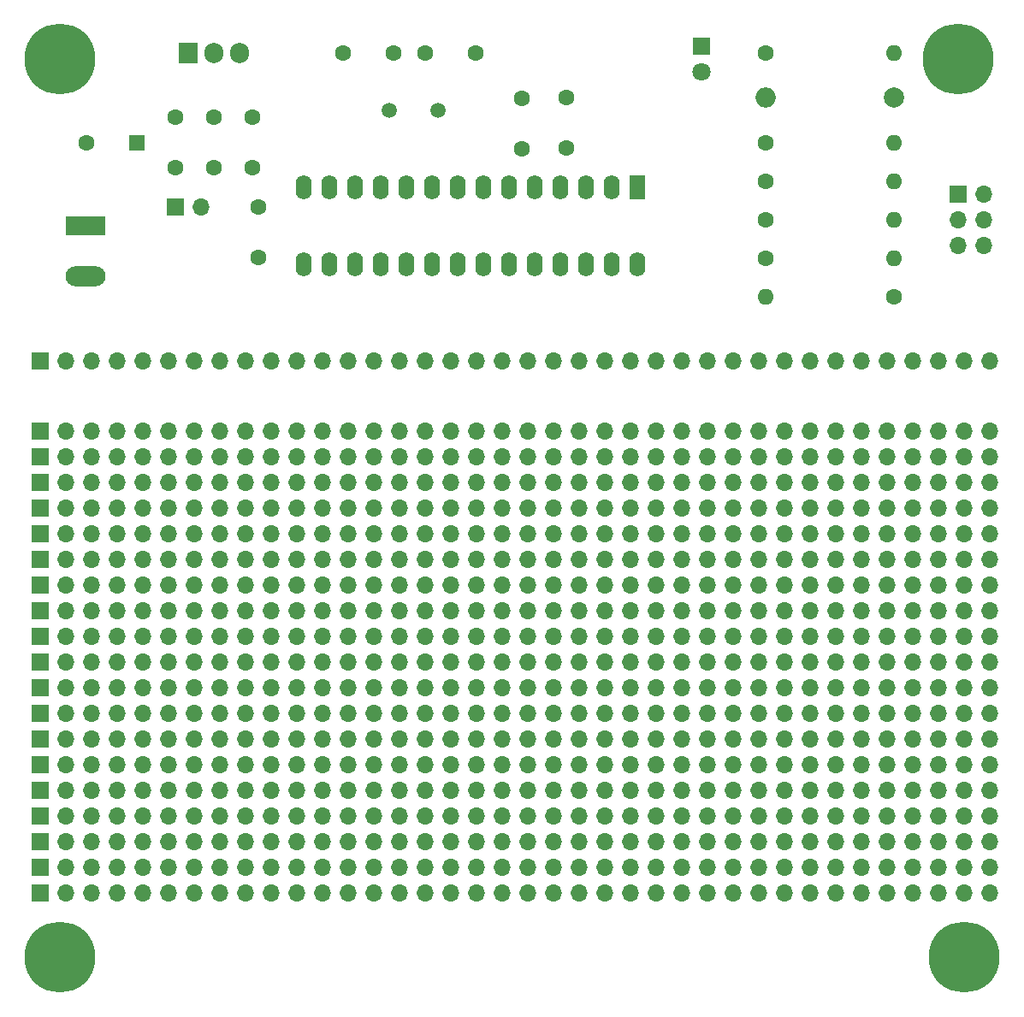
<source format=gts>
G04 #@! TF.GenerationSoftware,KiCad,Pcbnew,5.1.9+dfsg1-1*
G04 #@! TF.CreationDate,2022-07-21T18:14:53-05:00*
G04 #@! TF.ProjectId,aarghweeno_88,61617267-6877-4656-956e-6f5f38382e6b,rev?*
G04 #@! TF.SameCoordinates,Original*
G04 #@! TF.FileFunction,Soldermask,Top*
G04 #@! TF.FilePolarity,Negative*
%FSLAX46Y46*%
G04 Gerber Fmt 4.6, Leading zero omitted, Abs format (unit mm)*
G04 Created by KiCad (PCBNEW 5.1.9+dfsg1-1) date 2022-07-21 18:14:53*
%MOMM*%
%LPD*%
G01*
G04 APERTURE LIST*
%ADD10O,1.700000X1.700000*%
%ADD11R,1.700000X1.700000*%
%ADD12C,7.000000*%
%ADD13O,1.600000X2.400000*%
%ADD14R,1.600000X2.400000*%
%ADD15C,1.500000*%
%ADD16O,1.905000X2.000000*%
%ADD17R,1.905000X2.000000*%
%ADD18O,1.600000X1.600000*%
%ADD19C,1.600000*%
%ADD20O,2.000000X2.000000*%
%ADD21C,2.000000*%
%ADD22O,3.960000X1.980000*%
%ADD23R,3.960000X1.980000*%
%ADD24C,1.800000*%
%ADD25R,1.800000X1.800000*%
%ADD26R,1.600000X1.600000*%
G04 APERTURE END LIST*
D10*
X106680000Y-66040000D03*
D11*
X104140000Y-66040000D03*
D12*
X182245000Y-140335000D03*
X181610000Y-51435000D03*
X92710000Y-140335000D03*
X92710000Y-51435000D03*
D11*
X90805000Y-133985000D03*
D10*
X93345000Y-133985000D03*
X95885000Y-133985000D03*
X98425000Y-133985000D03*
X100965000Y-133985000D03*
X103505000Y-133985000D03*
X106045000Y-133985000D03*
X108585000Y-133985000D03*
X111125000Y-133985000D03*
X113665000Y-133985000D03*
X116205000Y-133985000D03*
X118745000Y-133985000D03*
X121285000Y-133985000D03*
X123825000Y-133985000D03*
X126365000Y-133985000D03*
X128905000Y-133985000D03*
X131445000Y-133985000D03*
X133985000Y-133985000D03*
X136525000Y-133985000D03*
X139065000Y-133985000D03*
X141605000Y-133985000D03*
X144145000Y-133985000D03*
X146685000Y-133985000D03*
X149225000Y-133985000D03*
X151765000Y-133985000D03*
X154305000Y-133985000D03*
X156845000Y-133985000D03*
X159385000Y-133985000D03*
X161925000Y-133985000D03*
X164465000Y-133985000D03*
X167005000Y-133985000D03*
X169545000Y-133985000D03*
X172085000Y-133985000D03*
X174625000Y-133985000D03*
X177165000Y-133985000D03*
X179705000Y-133985000D03*
X182245000Y-133985000D03*
X184785000Y-133985000D03*
D11*
X90805000Y-131445000D03*
D10*
X93345000Y-131445000D03*
X95885000Y-131445000D03*
X98425000Y-131445000D03*
X100965000Y-131445000D03*
X103505000Y-131445000D03*
X106045000Y-131445000D03*
X108585000Y-131445000D03*
X111125000Y-131445000D03*
X113665000Y-131445000D03*
X116205000Y-131445000D03*
X118745000Y-131445000D03*
X121285000Y-131445000D03*
X123825000Y-131445000D03*
X126365000Y-131445000D03*
X128905000Y-131445000D03*
X131445000Y-131445000D03*
X133985000Y-131445000D03*
X136525000Y-131445000D03*
X139065000Y-131445000D03*
X141605000Y-131445000D03*
X144145000Y-131445000D03*
X146685000Y-131445000D03*
X149225000Y-131445000D03*
X151765000Y-131445000D03*
X154305000Y-131445000D03*
X156845000Y-131445000D03*
X159385000Y-131445000D03*
X161925000Y-131445000D03*
X164465000Y-131445000D03*
X167005000Y-131445000D03*
X169545000Y-131445000D03*
X172085000Y-131445000D03*
X174625000Y-131445000D03*
X177165000Y-131445000D03*
X179705000Y-131445000D03*
X182245000Y-131445000D03*
X184785000Y-131445000D03*
D11*
X90805000Y-128905000D03*
D10*
X93345000Y-128905000D03*
X95885000Y-128905000D03*
X98425000Y-128905000D03*
X100965000Y-128905000D03*
X103505000Y-128905000D03*
X106045000Y-128905000D03*
X108585000Y-128905000D03*
X111125000Y-128905000D03*
X113665000Y-128905000D03*
X116205000Y-128905000D03*
X118745000Y-128905000D03*
X121285000Y-128905000D03*
X123825000Y-128905000D03*
X126365000Y-128905000D03*
X128905000Y-128905000D03*
X131445000Y-128905000D03*
X133985000Y-128905000D03*
X136525000Y-128905000D03*
X139065000Y-128905000D03*
X141605000Y-128905000D03*
X144145000Y-128905000D03*
X146685000Y-128905000D03*
X149225000Y-128905000D03*
X151765000Y-128905000D03*
X154305000Y-128905000D03*
X156845000Y-128905000D03*
X159385000Y-128905000D03*
X161925000Y-128905000D03*
X164465000Y-128905000D03*
X167005000Y-128905000D03*
X169545000Y-128905000D03*
X172085000Y-128905000D03*
X174625000Y-128905000D03*
X177165000Y-128905000D03*
X179705000Y-128905000D03*
X182245000Y-128905000D03*
X184785000Y-128905000D03*
D11*
X90815000Y-126365000D03*
D10*
X93355000Y-126365000D03*
X95895000Y-126365000D03*
X98435000Y-126365000D03*
X100975000Y-126365000D03*
X103515000Y-126365000D03*
X106055000Y-126365000D03*
X108595000Y-126365000D03*
X111135000Y-126365000D03*
X113675000Y-126365000D03*
X116215000Y-126365000D03*
X118755000Y-126365000D03*
X121295000Y-126365000D03*
X123835000Y-126365000D03*
X126375000Y-126365000D03*
X128915000Y-126365000D03*
X131455000Y-126365000D03*
X133995000Y-126365000D03*
X136535000Y-126365000D03*
X139075000Y-126365000D03*
X141615000Y-126365000D03*
X144155000Y-126365000D03*
X146695000Y-126365000D03*
X149235000Y-126365000D03*
X151775000Y-126365000D03*
X154315000Y-126365000D03*
X156855000Y-126365000D03*
X159395000Y-126365000D03*
X161935000Y-126365000D03*
X164475000Y-126365000D03*
X167015000Y-126365000D03*
X169555000Y-126365000D03*
X172095000Y-126365000D03*
X174635000Y-126365000D03*
X177175000Y-126365000D03*
X179715000Y-126365000D03*
X182255000Y-126365000D03*
X184795000Y-126365000D03*
D11*
X90815000Y-123825000D03*
D10*
X93355000Y-123825000D03*
X95895000Y-123825000D03*
X98435000Y-123825000D03*
X100975000Y-123825000D03*
X103515000Y-123825000D03*
X106055000Y-123825000D03*
X108595000Y-123825000D03*
X111135000Y-123825000D03*
X113675000Y-123825000D03*
X116215000Y-123825000D03*
X118755000Y-123825000D03*
X121295000Y-123825000D03*
X123835000Y-123825000D03*
X126375000Y-123825000D03*
X128915000Y-123825000D03*
X131455000Y-123825000D03*
X133995000Y-123825000D03*
X136535000Y-123825000D03*
X139075000Y-123825000D03*
X141615000Y-123825000D03*
X144155000Y-123825000D03*
X146695000Y-123825000D03*
X149235000Y-123825000D03*
X151775000Y-123825000D03*
X154315000Y-123825000D03*
X156855000Y-123825000D03*
X159395000Y-123825000D03*
X161935000Y-123825000D03*
X164475000Y-123825000D03*
X167015000Y-123825000D03*
X169555000Y-123825000D03*
X172095000Y-123825000D03*
X174635000Y-123825000D03*
X177175000Y-123825000D03*
X179715000Y-123825000D03*
X182255000Y-123825000D03*
X184795000Y-123825000D03*
D11*
X90805000Y-121285000D03*
D10*
X93345000Y-121285000D03*
X95885000Y-121285000D03*
X98425000Y-121285000D03*
X100965000Y-121285000D03*
X103505000Y-121285000D03*
X106045000Y-121285000D03*
X108585000Y-121285000D03*
X111125000Y-121285000D03*
X113665000Y-121285000D03*
X116205000Y-121285000D03*
X118745000Y-121285000D03*
X121285000Y-121285000D03*
X123825000Y-121285000D03*
X126365000Y-121285000D03*
X128905000Y-121285000D03*
X131445000Y-121285000D03*
X133985000Y-121285000D03*
X136525000Y-121285000D03*
X139065000Y-121285000D03*
X141605000Y-121285000D03*
X144145000Y-121285000D03*
X146685000Y-121285000D03*
X149225000Y-121285000D03*
X151765000Y-121285000D03*
X154305000Y-121285000D03*
X156845000Y-121285000D03*
X159385000Y-121285000D03*
X161925000Y-121285000D03*
X164465000Y-121285000D03*
X167005000Y-121285000D03*
X169545000Y-121285000D03*
X172085000Y-121285000D03*
X174625000Y-121285000D03*
X177165000Y-121285000D03*
X179705000Y-121285000D03*
X182245000Y-121285000D03*
X184785000Y-121285000D03*
D11*
X90805000Y-118745000D03*
D10*
X93345000Y-118745000D03*
X95885000Y-118745000D03*
X98425000Y-118745000D03*
X100965000Y-118745000D03*
X103505000Y-118745000D03*
X106045000Y-118745000D03*
X108585000Y-118745000D03*
X111125000Y-118745000D03*
X113665000Y-118745000D03*
X116205000Y-118745000D03*
X118745000Y-118745000D03*
X121285000Y-118745000D03*
X123825000Y-118745000D03*
X126365000Y-118745000D03*
X128905000Y-118745000D03*
X131445000Y-118745000D03*
X133985000Y-118745000D03*
X136525000Y-118745000D03*
X139065000Y-118745000D03*
X141605000Y-118745000D03*
X144145000Y-118745000D03*
X146685000Y-118745000D03*
X149225000Y-118745000D03*
X151765000Y-118745000D03*
X154305000Y-118745000D03*
X156845000Y-118745000D03*
X159385000Y-118745000D03*
X161925000Y-118745000D03*
X164465000Y-118745000D03*
X167005000Y-118745000D03*
X169545000Y-118745000D03*
X172085000Y-118745000D03*
X174625000Y-118745000D03*
X177165000Y-118745000D03*
X179705000Y-118745000D03*
X182245000Y-118745000D03*
X184785000Y-118745000D03*
D11*
X90805000Y-116205000D03*
D10*
X93345000Y-116205000D03*
X95885000Y-116205000D03*
X98425000Y-116205000D03*
X100965000Y-116205000D03*
X103505000Y-116205000D03*
X106045000Y-116205000D03*
X108585000Y-116205000D03*
X111125000Y-116205000D03*
X113665000Y-116205000D03*
X116205000Y-116205000D03*
X118745000Y-116205000D03*
X121285000Y-116205000D03*
X123825000Y-116205000D03*
X126365000Y-116205000D03*
X128905000Y-116205000D03*
X131445000Y-116205000D03*
X133985000Y-116205000D03*
X136525000Y-116205000D03*
X139065000Y-116205000D03*
X141605000Y-116205000D03*
X144145000Y-116205000D03*
X146685000Y-116205000D03*
X149225000Y-116205000D03*
X151765000Y-116205000D03*
X154305000Y-116205000D03*
X156845000Y-116205000D03*
X159385000Y-116205000D03*
X161925000Y-116205000D03*
X164465000Y-116205000D03*
X167005000Y-116205000D03*
X169545000Y-116205000D03*
X172085000Y-116205000D03*
X174625000Y-116205000D03*
X177165000Y-116205000D03*
X179705000Y-116205000D03*
X182245000Y-116205000D03*
X184785000Y-116205000D03*
D11*
X90805000Y-113665000D03*
D10*
X93345000Y-113665000D03*
X95885000Y-113665000D03*
X98425000Y-113665000D03*
X100965000Y-113665000D03*
X103505000Y-113665000D03*
X106045000Y-113665000D03*
X108585000Y-113665000D03*
X111125000Y-113665000D03*
X113665000Y-113665000D03*
X116205000Y-113665000D03*
X118745000Y-113665000D03*
X121285000Y-113665000D03*
X123825000Y-113665000D03*
X126365000Y-113665000D03*
X128905000Y-113665000D03*
X131445000Y-113665000D03*
X133985000Y-113665000D03*
X136525000Y-113665000D03*
X139065000Y-113665000D03*
X141605000Y-113665000D03*
X144145000Y-113665000D03*
X146685000Y-113665000D03*
X149225000Y-113665000D03*
X151765000Y-113665000D03*
X154305000Y-113665000D03*
X156845000Y-113665000D03*
X159385000Y-113665000D03*
X161925000Y-113665000D03*
X164465000Y-113665000D03*
X167005000Y-113665000D03*
X169545000Y-113665000D03*
X172085000Y-113665000D03*
X174625000Y-113665000D03*
X177165000Y-113665000D03*
X179705000Y-113665000D03*
X182245000Y-113665000D03*
X184785000Y-113665000D03*
D11*
X90805000Y-108585000D03*
D10*
X93345000Y-108585000D03*
X95885000Y-108585000D03*
X98425000Y-108585000D03*
X100965000Y-108585000D03*
X103505000Y-108585000D03*
X106045000Y-108585000D03*
X108585000Y-108585000D03*
X111125000Y-108585000D03*
X113665000Y-108585000D03*
X116205000Y-108585000D03*
X118745000Y-108585000D03*
X121285000Y-108585000D03*
X123825000Y-108585000D03*
X126365000Y-108585000D03*
X128905000Y-108585000D03*
X131445000Y-108585000D03*
X133985000Y-108585000D03*
X136525000Y-108585000D03*
X139065000Y-108585000D03*
X141605000Y-108585000D03*
X144145000Y-108585000D03*
X146685000Y-108585000D03*
X149225000Y-108585000D03*
X151765000Y-108585000D03*
X154305000Y-108585000D03*
X156845000Y-108585000D03*
X159385000Y-108585000D03*
X161925000Y-108585000D03*
X164465000Y-108585000D03*
X167005000Y-108585000D03*
X169545000Y-108585000D03*
X172085000Y-108585000D03*
X174625000Y-108585000D03*
X177165000Y-108585000D03*
X179705000Y-108585000D03*
X182245000Y-108585000D03*
X184785000Y-108585000D03*
D11*
X90805000Y-111125000D03*
D10*
X93345000Y-111125000D03*
X95885000Y-111125000D03*
X98425000Y-111125000D03*
X100965000Y-111125000D03*
X103505000Y-111125000D03*
X106045000Y-111125000D03*
X108585000Y-111125000D03*
X111125000Y-111125000D03*
X113665000Y-111125000D03*
X116205000Y-111125000D03*
X118745000Y-111125000D03*
X121285000Y-111125000D03*
X123825000Y-111125000D03*
X126365000Y-111125000D03*
X128905000Y-111125000D03*
X131445000Y-111125000D03*
X133985000Y-111125000D03*
X136525000Y-111125000D03*
X139065000Y-111125000D03*
X141605000Y-111125000D03*
X144145000Y-111125000D03*
X146685000Y-111125000D03*
X149225000Y-111125000D03*
X151765000Y-111125000D03*
X154305000Y-111125000D03*
X156845000Y-111125000D03*
X159385000Y-111125000D03*
X161925000Y-111125000D03*
X164465000Y-111125000D03*
X167005000Y-111125000D03*
X169545000Y-111125000D03*
X172085000Y-111125000D03*
X174625000Y-111125000D03*
X177165000Y-111125000D03*
X179705000Y-111125000D03*
X182245000Y-111125000D03*
X184785000Y-111125000D03*
D11*
X90805000Y-106045000D03*
D10*
X93345000Y-106045000D03*
X95885000Y-106045000D03*
X98425000Y-106045000D03*
X100965000Y-106045000D03*
X103505000Y-106045000D03*
X106045000Y-106045000D03*
X108585000Y-106045000D03*
X111125000Y-106045000D03*
X113665000Y-106045000D03*
X116205000Y-106045000D03*
X118745000Y-106045000D03*
X121285000Y-106045000D03*
X123825000Y-106045000D03*
X126365000Y-106045000D03*
X128905000Y-106045000D03*
X131445000Y-106045000D03*
X133985000Y-106045000D03*
X136525000Y-106045000D03*
X139065000Y-106045000D03*
X141605000Y-106045000D03*
X144145000Y-106045000D03*
X146685000Y-106045000D03*
X149225000Y-106045000D03*
X151765000Y-106045000D03*
X154305000Y-106045000D03*
X156845000Y-106045000D03*
X159385000Y-106045000D03*
X161925000Y-106045000D03*
X164465000Y-106045000D03*
X167005000Y-106045000D03*
X169545000Y-106045000D03*
X172085000Y-106045000D03*
X174625000Y-106045000D03*
X177165000Y-106045000D03*
X179705000Y-106045000D03*
X182245000Y-106045000D03*
X184785000Y-106045000D03*
D11*
X90805000Y-103505000D03*
D10*
X93345000Y-103505000D03*
X95885000Y-103505000D03*
X98425000Y-103505000D03*
X100965000Y-103505000D03*
X103505000Y-103505000D03*
X106045000Y-103505000D03*
X108585000Y-103505000D03*
X111125000Y-103505000D03*
X113665000Y-103505000D03*
X116205000Y-103505000D03*
X118745000Y-103505000D03*
X121285000Y-103505000D03*
X123825000Y-103505000D03*
X126365000Y-103505000D03*
X128905000Y-103505000D03*
X131445000Y-103505000D03*
X133985000Y-103505000D03*
X136525000Y-103505000D03*
X139065000Y-103505000D03*
X141605000Y-103505000D03*
X144145000Y-103505000D03*
X146685000Y-103505000D03*
X149225000Y-103505000D03*
X151765000Y-103505000D03*
X154305000Y-103505000D03*
X156845000Y-103505000D03*
X159385000Y-103505000D03*
X161925000Y-103505000D03*
X164465000Y-103505000D03*
X167005000Y-103505000D03*
X169545000Y-103505000D03*
X172085000Y-103505000D03*
X174625000Y-103505000D03*
X177165000Y-103505000D03*
X179705000Y-103505000D03*
X182245000Y-103505000D03*
X184785000Y-103505000D03*
D11*
X90805000Y-100965000D03*
D10*
X93345000Y-100965000D03*
X95885000Y-100965000D03*
X98425000Y-100965000D03*
X100965000Y-100965000D03*
X103505000Y-100965000D03*
X106045000Y-100965000D03*
X108585000Y-100965000D03*
X111125000Y-100965000D03*
X113665000Y-100965000D03*
X116205000Y-100965000D03*
X118745000Y-100965000D03*
X121285000Y-100965000D03*
X123825000Y-100965000D03*
X126365000Y-100965000D03*
X128905000Y-100965000D03*
X131445000Y-100965000D03*
X133985000Y-100965000D03*
X136525000Y-100965000D03*
X139065000Y-100965000D03*
X141605000Y-100965000D03*
X144145000Y-100965000D03*
X146685000Y-100965000D03*
X149225000Y-100965000D03*
X151765000Y-100965000D03*
X154305000Y-100965000D03*
X156845000Y-100965000D03*
X159385000Y-100965000D03*
X161925000Y-100965000D03*
X164465000Y-100965000D03*
X167005000Y-100965000D03*
X169545000Y-100965000D03*
X172085000Y-100965000D03*
X174625000Y-100965000D03*
X177165000Y-100965000D03*
X179705000Y-100965000D03*
X182245000Y-100965000D03*
X184785000Y-100965000D03*
D11*
X90805000Y-98425000D03*
D10*
X93345000Y-98425000D03*
X95885000Y-98425000D03*
X98425000Y-98425000D03*
X100965000Y-98425000D03*
X103505000Y-98425000D03*
X106045000Y-98425000D03*
X108585000Y-98425000D03*
X111125000Y-98425000D03*
X113665000Y-98425000D03*
X116205000Y-98425000D03*
X118745000Y-98425000D03*
X121285000Y-98425000D03*
X123825000Y-98425000D03*
X126365000Y-98425000D03*
X128905000Y-98425000D03*
X131445000Y-98425000D03*
X133985000Y-98425000D03*
X136525000Y-98425000D03*
X139065000Y-98425000D03*
X141605000Y-98425000D03*
X144145000Y-98425000D03*
X146685000Y-98425000D03*
X149225000Y-98425000D03*
X151765000Y-98425000D03*
X154305000Y-98425000D03*
X156845000Y-98425000D03*
X159385000Y-98425000D03*
X161925000Y-98425000D03*
X164465000Y-98425000D03*
X167005000Y-98425000D03*
X169545000Y-98425000D03*
X172085000Y-98425000D03*
X174625000Y-98425000D03*
X177165000Y-98425000D03*
X179705000Y-98425000D03*
X182245000Y-98425000D03*
X184785000Y-98425000D03*
D11*
X90805000Y-95885000D03*
D10*
X93345000Y-95885000D03*
X95885000Y-95885000D03*
X98425000Y-95885000D03*
X100965000Y-95885000D03*
X103505000Y-95885000D03*
X106045000Y-95885000D03*
X108585000Y-95885000D03*
X111125000Y-95885000D03*
X113665000Y-95885000D03*
X116205000Y-95885000D03*
X118745000Y-95885000D03*
X121285000Y-95885000D03*
X123825000Y-95885000D03*
X126365000Y-95885000D03*
X128905000Y-95885000D03*
X131445000Y-95885000D03*
X133985000Y-95885000D03*
X136525000Y-95885000D03*
X139065000Y-95885000D03*
X141605000Y-95885000D03*
X144145000Y-95885000D03*
X146685000Y-95885000D03*
X149225000Y-95885000D03*
X151765000Y-95885000D03*
X154305000Y-95885000D03*
X156845000Y-95885000D03*
X159385000Y-95885000D03*
X161925000Y-95885000D03*
X164465000Y-95885000D03*
X167005000Y-95885000D03*
X169545000Y-95885000D03*
X172085000Y-95885000D03*
X174625000Y-95885000D03*
X177165000Y-95885000D03*
X179705000Y-95885000D03*
X182245000Y-95885000D03*
X184785000Y-95885000D03*
D11*
X90805000Y-93345000D03*
D10*
X93345000Y-93345000D03*
X95885000Y-93345000D03*
X98425000Y-93345000D03*
X100965000Y-93345000D03*
X103505000Y-93345000D03*
X106045000Y-93345000D03*
X108585000Y-93345000D03*
X111125000Y-93345000D03*
X113665000Y-93345000D03*
X116205000Y-93345000D03*
X118745000Y-93345000D03*
X121285000Y-93345000D03*
X123825000Y-93345000D03*
X126365000Y-93345000D03*
X128905000Y-93345000D03*
X131445000Y-93345000D03*
X133985000Y-93345000D03*
X136525000Y-93345000D03*
X139065000Y-93345000D03*
X141605000Y-93345000D03*
X144145000Y-93345000D03*
X146685000Y-93345000D03*
X149225000Y-93345000D03*
X151765000Y-93345000D03*
X154305000Y-93345000D03*
X156845000Y-93345000D03*
X159385000Y-93345000D03*
X161925000Y-93345000D03*
X164465000Y-93345000D03*
X167005000Y-93345000D03*
X169545000Y-93345000D03*
X172085000Y-93345000D03*
X174625000Y-93345000D03*
X177165000Y-93345000D03*
X179705000Y-93345000D03*
X182245000Y-93345000D03*
X184785000Y-93345000D03*
D11*
X90805000Y-90805000D03*
D10*
X93345000Y-90805000D03*
X95885000Y-90805000D03*
X98425000Y-90805000D03*
X100965000Y-90805000D03*
X103505000Y-90805000D03*
X106045000Y-90805000D03*
X108585000Y-90805000D03*
X111125000Y-90805000D03*
X113665000Y-90805000D03*
X116205000Y-90805000D03*
X118745000Y-90805000D03*
X121285000Y-90805000D03*
X123825000Y-90805000D03*
X126365000Y-90805000D03*
X128905000Y-90805000D03*
X131445000Y-90805000D03*
X133985000Y-90805000D03*
X136525000Y-90805000D03*
X139065000Y-90805000D03*
X141605000Y-90805000D03*
X144145000Y-90805000D03*
X146685000Y-90805000D03*
X149225000Y-90805000D03*
X151765000Y-90805000D03*
X154305000Y-90805000D03*
X156845000Y-90805000D03*
X159385000Y-90805000D03*
X161925000Y-90805000D03*
X164465000Y-90805000D03*
X167005000Y-90805000D03*
X169545000Y-90805000D03*
X172085000Y-90805000D03*
X174625000Y-90805000D03*
X177165000Y-90805000D03*
X179705000Y-90805000D03*
X182245000Y-90805000D03*
X184785000Y-90805000D03*
D11*
X90805000Y-88265000D03*
D10*
X93345000Y-88265000D03*
X95885000Y-88265000D03*
X98425000Y-88265000D03*
X100965000Y-88265000D03*
X103505000Y-88265000D03*
X106045000Y-88265000D03*
X108585000Y-88265000D03*
X111125000Y-88265000D03*
X113665000Y-88265000D03*
X116205000Y-88265000D03*
X118745000Y-88265000D03*
X121285000Y-88265000D03*
X123825000Y-88265000D03*
X126365000Y-88265000D03*
X128905000Y-88265000D03*
X131445000Y-88265000D03*
X133985000Y-88265000D03*
X136525000Y-88265000D03*
X139065000Y-88265000D03*
X141605000Y-88265000D03*
X144145000Y-88265000D03*
X146685000Y-88265000D03*
X149225000Y-88265000D03*
X151765000Y-88265000D03*
X154305000Y-88265000D03*
X156845000Y-88265000D03*
X159385000Y-88265000D03*
X161925000Y-88265000D03*
X164465000Y-88265000D03*
X167005000Y-88265000D03*
X169545000Y-88265000D03*
X172085000Y-88265000D03*
X174625000Y-88265000D03*
X177165000Y-88265000D03*
X179705000Y-88265000D03*
X182245000Y-88265000D03*
X184785000Y-88265000D03*
D11*
X90805000Y-81280000D03*
D10*
X93345000Y-81280000D03*
X95885000Y-81280000D03*
X98425000Y-81280000D03*
X100965000Y-81280000D03*
X103505000Y-81280000D03*
X106045000Y-81280000D03*
X108585000Y-81280000D03*
X111125000Y-81280000D03*
X113665000Y-81280000D03*
X116205000Y-81280000D03*
X118745000Y-81280000D03*
X121285000Y-81280000D03*
X123825000Y-81280000D03*
X126365000Y-81280000D03*
X128905000Y-81280000D03*
X131445000Y-81280000D03*
X133985000Y-81280000D03*
X136525000Y-81280000D03*
X139065000Y-81280000D03*
X141605000Y-81280000D03*
X144145000Y-81280000D03*
X146685000Y-81280000D03*
X149225000Y-81280000D03*
X151765000Y-81280000D03*
X154305000Y-81280000D03*
X156845000Y-81280000D03*
X159385000Y-81280000D03*
X161925000Y-81280000D03*
X164465000Y-81280000D03*
X167005000Y-81280000D03*
X169545000Y-81280000D03*
X172085000Y-81280000D03*
X174625000Y-81280000D03*
X177165000Y-81280000D03*
X179705000Y-81280000D03*
X182245000Y-81280000D03*
X184785000Y-81280000D03*
D13*
X149860000Y-71755000D03*
X116840000Y-64135000D03*
X147320000Y-71755000D03*
X119380000Y-64135000D03*
X144780000Y-71755000D03*
X121920000Y-64135000D03*
X142240000Y-71755000D03*
X124460000Y-64135000D03*
X139700000Y-71755000D03*
X127000000Y-64135000D03*
X137160000Y-71755000D03*
X129540000Y-64135000D03*
X134620000Y-71755000D03*
X132080000Y-64135000D03*
X132080000Y-71755000D03*
X134620000Y-64135000D03*
X129540000Y-71755000D03*
X137160000Y-64135000D03*
X127000000Y-71755000D03*
X139700000Y-64135000D03*
X124460000Y-71755000D03*
X142240000Y-64135000D03*
X121920000Y-71755000D03*
X144780000Y-64135000D03*
X119380000Y-71755000D03*
X147320000Y-64135000D03*
X116840000Y-71755000D03*
D14*
X149860000Y-64135000D03*
D15*
X125295000Y-56515000D03*
X130175000Y-56515000D03*
D16*
X110490000Y-50800000D03*
X107950000Y-50800000D03*
D17*
X105410000Y-50800000D03*
D18*
X175260000Y-71120000D03*
D19*
X162560000Y-71120000D03*
D18*
X175260000Y-67310000D03*
D19*
X162560000Y-67310000D03*
D18*
X175260000Y-63500000D03*
D19*
X162560000Y-63500000D03*
D18*
X175260000Y-59690000D03*
D19*
X162560000Y-59690000D03*
D18*
X175260000Y-50800000D03*
D19*
X162560000Y-50800000D03*
D18*
X162560000Y-74930000D03*
D19*
X175260000Y-74930000D03*
D20*
X162560000Y-55245000D03*
D21*
X175260000Y-55245000D03*
D10*
X184150000Y-69850000D03*
X181610000Y-69850000D03*
X184150000Y-67310000D03*
X181610000Y-67310000D03*
X184150000Y-64770000D03*
D11*
X181610000Y-64770000D03*
D22*
X95250000Y-72945000D03*
D23*
X95250000Y-67945000D03*
D24*
X156210000Y-52705000D03*
D25*
X156210000Y-50165000D03*
D19*
X111760000Y-62150000D03*
X111760000Y-57150000D03*
X112395000Y-71040000D03*
X112395000Y-66040000D03*
X138430000Y-55325000D03*
X138430000Y-60325000D03*
X142875000Y-60245000D03*
X142875000Y-55245000D03*
X120730000Y-50800000D03*
X125730000Y-50800000D03*
X133905000Y-50800000D03*
X128905000Y-50800000D03*
X107950000Y-62150000D03*
X107950000Y-57150000D03*
X104140000Y-62150000D03*
X104140000Y-57150000D03*
X95330000Y-59690000D03*
D26*
X100330000Y-59690000D03*
M02*

</source>
